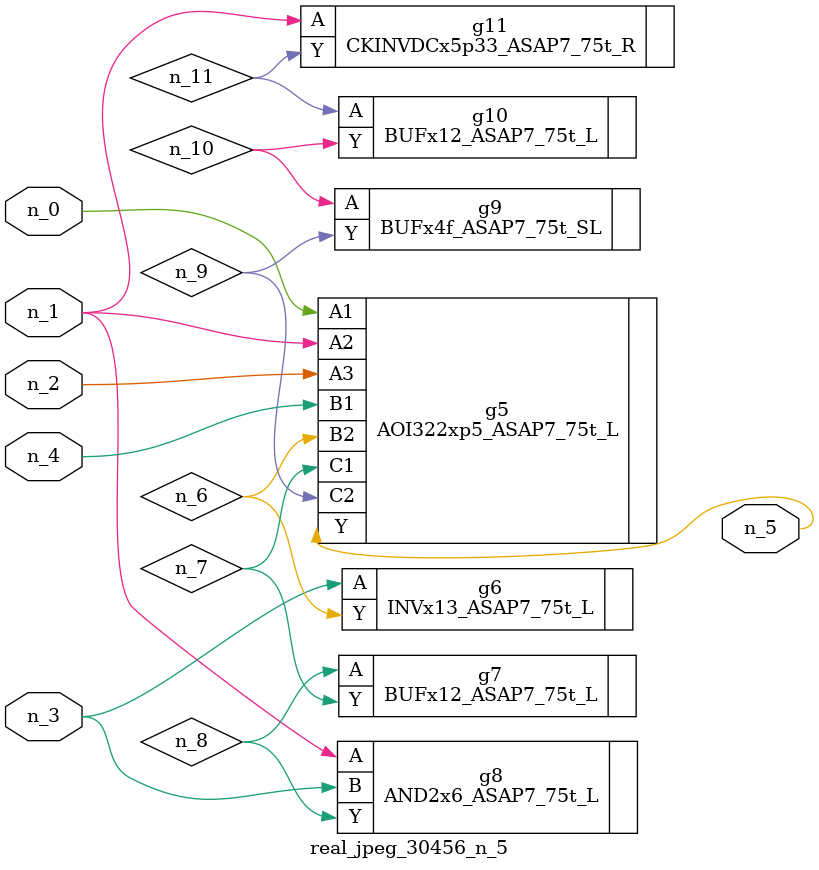
<source format=v>
module real_jpeg_30456_n_5 (n_4, n_0, n_1, n_2, n_3, n_5);

input n_4;
input n_0;
input n_1;
input n_2;
input n_3;

output n_5;

wire n_8;
wire n_11;
wire n_6;
wire n_7;
wire n_10;
wire n_9;

AOI322xp5_ASAP7_75t_L g5 ( 
.A1(n_0),
.A2(n_1),
.A3(n_2),
.B1(n_4),
.B2(n_6),
.C1(n_7),
.C2(n_9),
.Y(n_5)
);

AND2x6_ASAP7_75t_L g8 ( 
.A(n_1),
.B(n_3),
.Y(n_8)
);

CKINVDCx5p33_ASAP7_75t_R g11 ( 
.A(n_1),
.Y(n_11)
);

INVx13_ASAP7_75t_L g6 ( 
.A(n_3),
.Y(n_6)
);

BUFx12_ASAP7_75t_L g7 ( 
.A(n_8),
.Y(n_7)
);

BUFx4f_ASAP7_75t_SL g9 ( 
.A(n_10),
.Y(n_9)
);

BUFx12_ASAP7_75t_L g10 ( 
.A(n_11),
.Y(n_10)
);


endmodule
</source>
